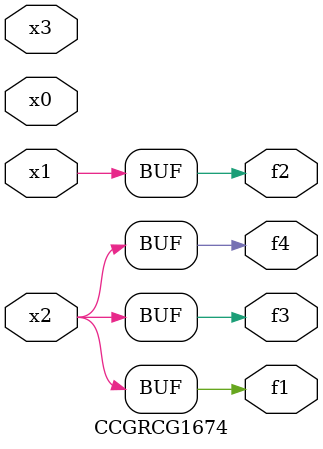
<source format=v>
module CCGRCG1674(
	input x0, x1, x2, x3,
	output f1, f2, f3, f4
);
	assign f1 = x2;
	assign f2 = x1;
	assign f3 = x2;
	assign f4 = x2;
endmodule

</source>
